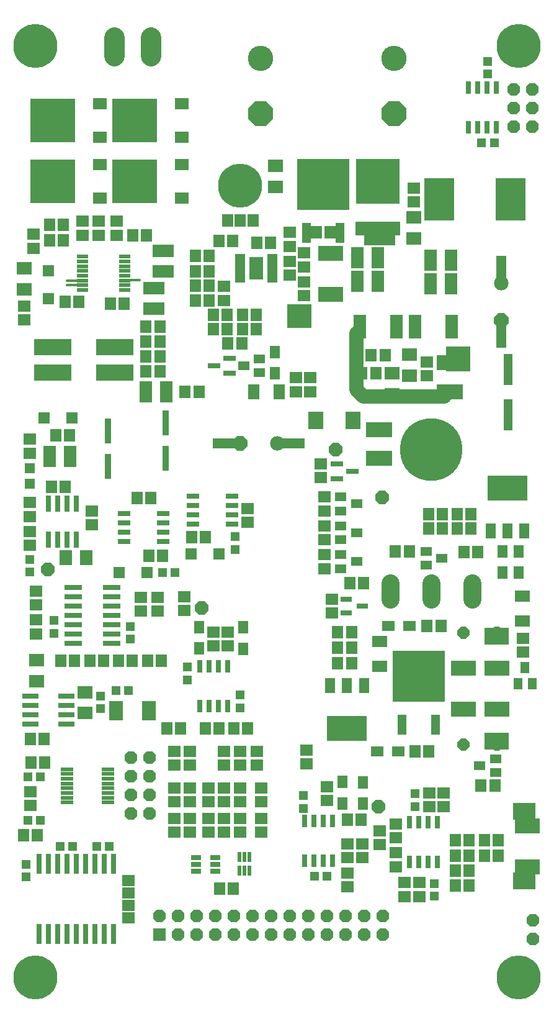
<source format=gts>
G75*
G70*
%OFA0B0*%
%FSLAX24Y24*%
%IPPOS*%
%LPD*%
%AMOC8*
5,1,8,0,0,1.08239X$1,22.5*
%
%ADD10R,0.1700X0.1275*%
%ADD11C,0.0120*%
%ADD12C,0.0140*%
%ADD13C,0.0760*%
%ADD14R,0.0789X0.0631*%
%ADD15R,0.0474X0.0513*%
%ADD16R,0.0592X0.0671*%
%ADD17R,0.0671X0.0592*%
%ADD18R,0.0789X0.0710*%
%ADD19R,0.0760X0.0270*%
%ADD20R,0.0513X0.0474*%
%ADD21R,0.0710X0.0218*%
%ADD22R,0.0300X0.1080*%
%ADD23OC8,0.0674*%
%ADD24C,0.0973*%
%ADD25C,0.3350*%
%ADD26R,0.0552X0.0671*%
%ADD27R,0.0671X0.0552*%
%ADD28R,0.0530X0.0830*%
%ADD29R,0.2125X0.1375*%
%ADD30OC8,0.0516*%
%ADD31R,0.0316X0.0690*%
%ADD32R,0.0631X0.0474*%
%ADD33R,0.0474X0.0631*%
%ADD34R,0.1340X0.0789*%
%ADD35R,0.0680X0.0300*%
%ADD36R,0.0600X0.0300*%
%ADD37R,0.0450X0.1060*%
%ADD38R,0.2850X0.2770*%
%ADD39R,0.1419X0.0828*%
%ADD40R,0.0860X0.0300*%
%ADD41R,0.0674X0.0674*%
%ADD42R,0.0710X0.1143*%
%ADD43R,0.0790X0.0710*%
%ADD44R,0.1646X0.2315*%
%ADD45R,0.0631X0.0789*%
%ADD46R,0.2365X0.2444*%
%ADD47R,0.0592X0.0749*%
%ADD48R,0.0680X0.1280*%
%ADD49R,0.0580X0.0260*%
%ADD50R,0.0770X0.1240*%
%ADD51R,0.2049X0.0867*%
%ADD52R,0.0380X0.1360*%
%ADD53R,0.0552X0.0552*%
%ADD54R,0.0631X0.0631*%
%ADD55R,0.1143X0.0710*%
%ADD56R,0.0640X0.0220*%
%ADD57C,0.1360*%
%ADD58OC8,0.1360*%
%ADD59R,0.0690X0.0316*%
%ADD60R,0.2444X0.2365*%
%ADD61R,0.0749X0.0592*%
%ADD62R,0.0789X0.0946*%
%ADD63R,0.0220X0.0540*%
%ADD64R,0.0580X0.0300*%
%ADD65R,0.0946X0.0316*%
%ADD66OC8,0.0730*%
%ADD67R,0.0710X0.0789*%
%ADD68R,0.0300X0.0860*%
%ADD69C,0.1100*%
%ADD70OC8,0.0640*%
%ADD71R,0.1720X0.0550*%
%ADD72C,0.0780*%
%ADD73OC8,0.0780*%
%ADD74R,0.0550X0.1720*%
%ADD75R,0.0510X0.1680*%
%ADD76R,0.0516X0.0516*%
%ADD77C,0.2365*%
D10*
X028491Y046953D03*
D11*
X015616Y044441D02*
X014816Y044441D01*
D12*
X012641Y044416D02*
X011691Y044416D01*
X011691Y044191D02*
X012616Y044191D01*
D13*
X027241Y041616D02*
X027241Y038591D01*
X027616Y038216D01*
X031966Y038216D01*
D14*
X036166Y027485D03*
X036166Y026147D03*
X028491Y025060D03*
X028491Y023722D03*
D15*
X009491Y012431D03*
X009491Y013101D03*
X013491Y021456D03*
X013491Y022126D03*
X015091Y025181D03*
X015091Y025851D03*
X016831Y028741D03*
X017500Y028741D03*
X018166Y023676D03*
X018166Y023006D03*
X021016Y022176D03*
X021016Y021506D03*
X024416Y016776D03*
X024416Y016106D03*
X030391Y016206D03*
X030391Y016876D03*
X031441Y012051D03*
X031441Y011381D03*
X011016Y025506D03*
X011016Y026176D03*
X034316Y055531D03*
X034316Y056201D03*
D16*
X025840Y047016D03*
X025092Y047016D03*
X022640Y046466D03*
X021892Y046466D03*
X021685Y047641D03*
X021016Y047641D03*
X020347Y047641D03*
X020615Y046566D03*
X019867Y046566D03*
X019340Y045766D03*
X019340Y044916D03*
X019340Y044141D03*
X019340Y043366D03*
X018592Y043366D03*
X018592Y044141D03*
X018592Y044916D03*
X018592Y045766D03*
X019567Y042591D03*
X019567Y041816D03*
X020315Y041816D03*
X020315Y042591D03*
X021117Y042591D03*
X021117Y041816D03*
X021090Y041041D03*
X020342Y041041D03*
X021865Y041816D03*
X021865Y042591D03*
X018790Y038441D03*
X018042Y038441D03*
X016690Y039566D03*
X016690Y040341D03*
X015942Y040341D03*
X015942Y039566D03*
X015942Y041141D03*
X015942Y041966D03*
X016690Y041966D03*
X016690Y041141D03*
X014765Y043191D03*
X014017Y043191D03*
X012340Y043291D03*
X011592Y043291D03*
X011515Y046591D03*
X011515Y047416D03*
X010767Y047416D03*
X010767Y046591D03*
X015217Y046841D03*
X015965Y046841D03*
X011840Y036116D03*
X011092Y036116D03*
X010867Y033366D03*
X011615Y033366D03*
X015467Y032741D03*
X016215Y032741D03*
X018392Y030641D03*
X019140Y030641D03*
X016840Y029641D03*
X016092Y029641D03*
X016017Y024016D03*
X016765Y024016D03*
X015215Y024016D03*
X014467Y024016D03*
X013665Y024016D03*
X012917Y024016D03*
X012115Y024016D03*
X011367Y024016D03*
X010465Y019816D03*
X009717Y019816D03*
X009767Y018566D03*
X010515Y018566D03*
X010115Y014666D03*
X009367Y014666D03*
X017067Y020391D03*
X017815Y020391D03*
X019117Y020391D03*
X019865Y020391D03*
X020662Y020391D03*
X021410Y020391D03*
X026242Y023891D03*
X026990Y023891D03*
X026990Y024716D03*
X026990Y025566D03*
X026242Y025566D03*
X026242Y024716D03*
X026892Y028191D03*
X027640Y028191D03*
X029342Y029891D03*
X030090Y029891D03*
X031117Y031116D03*
X031117Y031891D03*
X031865Y031891D03*
X031865Y031116D03*
X032667Y031116D03*
X032667Y031891D03*
X033415Y031891D03*
X033415Y031116D03*
X033765Y029866D03*
X033017Y029866D03*
X031790Y025891D03*
X031042Y025891D03*
X031140Y019166D03*
X030392Y019166D03*
X027515Y015491D03*
X026767Y015491D03*
X032567Y014391D03*
X032567Y013566D03*
X032567Y012766D03*
X033315Y012766D03*
X033315Y013566D03*
X033315Y014391D03*
X034117Y014391D03*
X034117Y013566D03*
X034865Y013566D03*
X034865Y014391D03*
X033315Y011966D03*
X032567Y011966D03*
X033942Y017316D03*
X034690Y017316D03*
X020640Y011791D03*
X019892Y011791D03*
X027542Y039466D03*
X028290Y039466D03*
X028042Y040416D03*
X028790Y040416D03*
D17*
X031041Y040065D03*
X031041Y039317D03*
X025541Y032815D03*
X025541Y032067D03*
X025541Y031265D03*
X025541Y030517D03*
X025541Y029715D03*
X025541Y028967D03*
X025941Y027340D03*
X025941Y026592D03*
X021416Y031442D03*
X021416Y032190D03*
X017991Y027465D03*
X017991Y026717D03*
X016566Y026692D03*
X016566Y027440D03*
X015666Y027440D03*
X015666Y026692D03*
X013041Y031317D03*
X013041Y032065D03*
X010041Y027765D03*
X010041Y027017D03*
X010041Y026215D03*
X010041Y025467D03*
X009691Y030217D03*
X009691Y030965D03*
X009691Y031767D03*
X009691Y032515D03*
X009716Y035167D03*
X009716Y035915D03*
X009416Y042317D03*
X009416Y043065D03*
X009891Y046167D03*
X009891Y046915D03*
X012541Y046867D03*
X012541Y047615D03*
X013391Y047615D03*
X013391Y046867D03*
X014366Y046867D03*
X014366Y047615D03*
X020141Y044115D03*
X020141Y043367D03*
X023666Y044717D03*
X023666Y045465D03*
X023666Y046267D03*
X023666Y047015D03*
X024441Y045915D03*
X024441Y045167D03*
X024441Y044365D03*
X024441Y043617D03*
X024766Y039215D03*
X024766Y038467D03*
X023991Y038467D03*
X023991Y039215D03*
X025341Y034590D03*
X025341Y033842D03*
X020341Y025565D03*
X020341Y024817D03*
X019566Y024817D03*
X019566Y025565D03*
X020141Y019165D03*
X020141Y018417D03*
X020991Y018417D03*
X020991Y019165D03*
X021916Y019165D03*
X021916Y018417D03*
X022141Y017190D03*
X022141Y016442D03*
X022141Y015565D03*
X022141Y014817D03*
X020991Y014817D03*
X020991Y015565D03*
X020141Y015565D03*
X020141Y014817D03*
X019296Y014817D03*
X019296Y015565D03*
X019296Y016442D03*
X019296Y017190D03*
X020141Y017190D03*
X020141Y016442D03*
X020992Y016442D03*
X020992Y017190D03*
X018316Y017190D03*
X018316Y016442D03*
X017466Y016442D03*
X017466Y017190D03*
X017466Y018417D03*
X017466Y019165D03*
X018316Y019165D03*
X018316Y018417D03*
X018316Y015565D03*
X018316Y014817D03*
X017466Y014817D03*
X017466Y015565D03*
X015016Y012235D03*
X015016Y011566D03*
X015016Y010897D03*
X015016Y010227D03*
X009741Y016242D03*
X009741Y016990D03*
X024566Y018492D03*
X024566Y019240D03*
X025672Y017269D03*
X025672Y016521D03*
X026766Y014190D03*
X026766Y013442D03*
X027566Y013442D03*
X027566Y014190D03*
X028492Y014146D03*
X028492Y014894D03*
X029366Y015265D03*
X029366Y014517D03*
X029366Y013715D03*
X029366Y012967D03*
X029822Y012121D03*
X029822Y011373D03*
X030628Y011367D03*
X030628Y012115D03*
X031165Y016192D03*
X031165Y016940D03*
X031934Y016940D03*
X031934Y016192D03*
X026766Y012640D03*
X026766Y011892D03*
X036191Y024492D03*
X036191Y025240D03*
X030341Y048642D03*
X030341Y049390D03*
D18*
X030091Y040442D03*
X030091Y039340D03*
X029166Y039442D03*
X029166Y038340D03*
X012666Y022317D03*
X012666Y021215D03*
X010066Y022940D03*
X010066Y024042D03*
D19*
X014336Y021721D03*
X014336Y021471D03*
X014336Y021211D03*
X014336Y020961D03*
X016096Y020961D03*
X016096Y021211D03*
X016096Y021471D03*
X016096Y021721D03*
D20*
X015000Y022416D03*
X014331Y022416D03*
X010275Y017791D03*
X009606Y017791D03*
X009606Y015441D03*
X010275Y015441D03*
X011331Y014066D03*
X012000Y014066D03*
X013306Y014066D03*
X013975Y014066D03*
X009716Y028781D03*
X009716Y029451D03*
X020741Y030006D03*
X020741Y030676D03*
X025006Y012466D03*
X025675Y012466D03*
X033981Y051816D03*
X034650Y051816D03*
D21*
X013893Y018202D03*
X013893Y017946D03*
X013893Y017690D03*
X013893Y017434D03*
X013893Y017178D03*
X013893Y016922D03*
X013893Y016666D03*
X013893Y016410D03*
X011688Y016410D03*
X011688Y016666D03*
X011688Y016922D03*
X011688Y017178D03*
X011688Y017434D03*
X011688Y017690D03*
X011688Y017946D03*
X011688Y018202D03*
D22*
X011716Y013121D03*
X011216Y013121D03*
X010716Y013121D03*
X010216Y013121D03*
X012216Y013121D03*
X012716Y013121D03*
X013216Y013121D03*
X013716Y013121D03*
X014216Y013121D03*
X014216Y009361D03*
X013716Y009361D03*
X013216Y009361D03*
X012716Y009361D03*
X012216Y009361D03*
X011716Y009361D03*
X011216Y009361D03*
X010716Y009361D03*
X010216Y009361D03*
D23*
X015141Y015816D03*
X015141Y016816D03*
X015141Y017816D03*
X015141Y018816D03*
X016141Y018816D03*
X016141Y017816D03*
X016141Y016816D03*
X016141Y015816D03*
X016660Y010323D03*
X017660Y010323D03*
X017660Y009323D03*
X018660Y009323D03*
X018660Y010323D03*
X019660Y010323D03*
X020660Y010323D03*
X020660Y009323D03*
X019660Y009323D03*
X021660Y009323D03*
X021660Y010323D03*
X022660Y010323D03*
X022660Y009323D03*
X023660Y009323D03*
X023660Y010323D03*
X024660Y010323D03*
X024660Y009323D03*
X025660Y009323D03*
X025660Y010323D03*
X026660Y010323D03*
X026660Y009323D03*
X027660Y009323D03*
X027660Y010323D03*
X028660Y010323D03*
X028660Y009323D03*
X036741Y009091D03*
X036741Y010091D03*
X036716Y052691D03*
X036716Y053691D03*
X036716Y054691D03*
X035716Y054691D03*
X035716Y053691D03*
X035716Y052691D03*
D24*
X033450Y028205D02*
X033450Y027320D01*
X031250Y027320D02*
X031250Y028205D01*
X029050Y028205D02*
X029050Y027320D01*
D25*
X031250Y035362D03*
D26*
X035116Y029887D03*
X035966Y029887D03*
X035966Y028745D03*
X035116Y028745D03*
X027591Y017487D03*
X027591Y016345D03*
X026491Y016370D03*
X026491Y017512D03*
X021166Y024670D03*
X021166Y025812D03*
X018791Y025837D03*
X018791Y024695D03*
X022866Y039445D03*
X022866Y040587D03*
D27*
X028970Y025891D03*
X030112Y025891D03*
X029512Y019166D03*
X028370Y019166D03*
D28*
X027651Y022676D03*
X026741Y022676D03*
X025831Y022676D03*
X034456Y031006D03*
X035366Y031006D03*
X036276Y031006D03*
D29*
X035366Y033276D03*
X026741Y020406D03*
D30*
X035041Y042291D03*
X035041Y042291D03*
X035041Y042291D03*
X035041Y042291D03*
D31*
X034764Y052653D03*
X034264Y052653D03*
X033764Y052653D03*
X033264Y052653D03*
X033264Y054779D03*
X033764Y054779D03*
X034264Y054779D03*
X034764Y054779D03*
X020339Y023729D03*
X019839Y023729D03*
X019339Y023729D03*
X018839Y023729D03*
X018839Y021603D03*
X019339Y021603D03*
X019839Y021603D03*
X020339Y021603D03*
X024464Y015429D03*
X024964Y015429D03*
X025464Y015429D03*
X025964Y015429D03*
X025964Y013303D03*
X025464Y013303D03*
X024964Y013303D03*
X024464Y013303D03*
X030089Y013228D03*
X030589Y013228D03*
X031089Y013228D03*
X031589Y013228D03*
X031589Y015354D03*
X031089Y015354D03*
X030589Y015354D03*
X030089Y015354D03*
D32*
X033858Y018391D03*
X034724Y018765D03*
X034724Y018017D03*
X030983Y029142D03*
X030983Y029890D03*
X031849Y029516D03*
X027274Y029341D03*
X026408Y029715D03*
X026408Y028967D03*
X026408Y030517D03*
X026408Y031265D03*
X026408Y032067D03*
X026408Y032815D03*
X027274Y032441D03*
X027274Y030891D03*
X022049Y039492D03*
X022049Y040240D03*
X021183Y039866D03*
D33*
X035942Y022783D03*
X036690Y022783D03*
X036316Y023649D03*
D34*
X034791Y023618D03*
X033016Y023618D03*
X033016Y021414D03*
X034791Y021414D03*
X036441Y015168D03*
X036441Y012964D03*
X025866Y043689D03*
X025866Y045893D03*
D35*
X020441Y040266D03*
X020441Y039466D03*
X019591Y039866D03*
X026191Y034591D03*
X026191Y033791D03*
X027041Y034191D03*
D36*
X026711Y027336D03*
X026711Y026596D03*
X027571Y026966D03*
D37*
X029708Y020597D03*
X031508Y020597D03*
X026366Y046996D03*
X024566Y046996D03*
D38*
X025466Y049576D03*
X030608Y023177D03*
D39*
X028466Y034898D03*
X028466Y036434D03*
X032266Y038473D03*
X032266Y040009D03*
D40*
X011661Y022116D03*
X011661Y021616D03*
X011661Y021116D03*
X011661Y020616D03*
X009721Y020616D03*
X009721Y021116D03*
X009721Y021616D03*
X009721Y022116D03*
D41*
X016660Y009323D03*
D42*
X011867Y034991D03*
X010765Y034991D03*
X015940Y038466D03*
X017042Y038466D03*
X027290Y044391D03*
X027290Y045666D03*
X028392Y045666D03*
X028392Y044391D03*
X031240Y044241D03*
X031240Y045516D03*
X032342Y045516D03*
X032342Y044241D03*
D43*
X030341Y046706D03*
X030341Y047826D03*
X022916Y049456D03*
X022916Y050576D03*
X009416Y045076D03*
X009416Y043956D03*
D44*
X031706Y048791D03*
X035525Y048791D03*
D45*
X023085Y038441D03*
X021747Y038441D03*
D46*
X028416Y049765D03*
D47*
X029315Y047230D03*
X027516Y047230D03*
D48*
X027426Y041966D03*
X029406Y041966D03*
X030401Y041966D03*
X032381Y041966D03*
D49*
X022746Y044449D03*
X022746Y044705D03*
X022746Y044961D03*
X022746Y045221D03*
X022746Y045477D03*
X022746Y045733D03*
X020986Y045733D03*
X020986Y045477D03*
X020986Y045221D03*
X020986Y044961D03*
X020986Y044705D03*
X020986Y044449D03*
D50*
X021866Y045091D03*
D51*
X014264Y040855D03*
X014264Y039477D03*
X010918Y039477D03*
X010918Y040855D03*
D52*
X013891Y036366D03*
X013891Y034466D03*
X016991Y034891D03*
X016991Y036791D03*
D53*
X009716Y034354D03*
X009716Y033528D03*
D54*
X010468Y037066D03*
X011964Y037066D03*
X010716Y043468D03*
X010716Y044964D03*
X018368Y029766D03*
X019864Y029766D03*
X015989Y028766D03*
X014493Y028766D03*
D55*
X016366Y042915D03*
X016366Y044017D03*
X016866Y044915D03*
X016866Y046017D03*
D56*
X014786Y045716D03*
X014786Y045456D03*
X014786Y045196D03*
X014786Y044946D03*
X014786Y044686D03*
X014786Y044436D03*
X014786Y044176D03*
X014786Y043916D03*
X012546Y043916D03*
X012546Y044176D03*
X012546Y044436D03*
X012546Y044686D03*
X012546Y044946D03*
X012546Y045196D03*
X012546Y045456D03*
X012546Y045716D03*
D57*
X022116Y056342D03*
X029266Y056342D03*
D58*
X029266Y053390D03*
X022116Y053390D03*
D59*
X020579Y032868D03*
X020579Y032368D03*
X020579Y031868D03*
X020579Y031368D03*
X018453Y031368D03*
X018453Y031868D03*
X018453Y032368D03*
X018453Y032868D03*
X016879Y031918D03*
X016879Y031418D03*
X016879Y030918D03*
X016879Y030418D03*
X014753Y030418D03*
X014753Y030918D03*
X014753Y031418D03*
X014753Y031918D03*
D60*
X015342Y049766D03*
X015342Y053016D03*
X010917Y053016D03*
X010917Y049766D03*
D61*
X013452Y050666D03*
X013452Y052116D03*
X013452Y053916D03*
X013452Y048866D03*
X017877Y048866D03*
X017877Y050666D03*
X017877Y052116D03*
X017877Y053916D03*
D62*
X025062Y036916D03*
X027070Y036916D03*
D63*
X021501Y013486D03*
X021241Y013486D03*
X020981Y013486D03*
X020981Y012746D03*
X021241Y012746D03*
X021501Y012746D03*
D64*
X019651Y012721D03*
X019651Y013091D03*
X019651Y013461D03*
X018631Y013461D03*
X018631Y013091D03*
X018631Y012721D03*
D65*
X014086Y024966D03*
X014086Y025466D03*
X014086Y025966D03*
X014086Y026466D03*
X014086Y026966D03*
X014086Y027466D03*
X014086Y027966D03*
X012046Y027966D03*
X012046Y027466D03*
X012046Y026966D03*
X012046Y026466D03*
X012046Y025966D03*
X012046Y025466D03*
X012046Y024966D03*
D66*
X010666Y028916D03*
X018941Y026841D03*
X026141Y035341D03*
X028641Y032791D03*
X028441Y016191D03*
D67*
X012742Y029541D03*
X011640Y029541D03*
D68*
X011716Y030521D03*
X011216Y030521D03*
X010716Y030521D03*
X010716Y032461D03*
X011216Y032461D03*
X011716Y032461D03*
X012216Y032461D03*
X012216Y030521D03*
D69*
X014241Y056491D02*
X014241Y057491D01*
X016209Y057491D02*
X016209Y056491D01*
D70*
X033016Y025516D03*
X034791Y025516D03*
X034791Y019516D03*
X033016Y019516D03*
D71*
X023591Y035691D03*
X020391Y035691D03*
D72*
X022991Y035691D03*
X035041Y044291D03*
D73*
X035041Y042291D03*
X020991Y035691D03*
D74*
X035041Y041691D03*
X035041Y044891D03*
D75*
X035391Y039671D03*
X035391Y037211D03*
D76*
X033141Y039791D03*
X033141Y040216D03*
X033141Y040641D03*
X032716Y040641D03*
X032716Y040216D03*
X032716Y039791D03*
X032291Y039791D03*
X032291Y040216D03*
X032291Y040641D03*
X024616Y042116D03*
X024616Y042516D03*
X024616Y042916D03*
X024191Y042916D03*
X024191Y042516D03*
X024191Y042116D03*
X023766Y042116D03*
X023766Y042516D03*
X023766Y042916D03*
X034366Y025541D03*
X034366Y025116D03*
X034791Y025116D03*
X035216Y025116D03*
X035216Y025541D03*
X035216Y019916D03*
X035216Y019491D03*
X034791Y019916D03*
X034366Y019916D03*
X034366Y019491D03*
X035891Y016141D03*
X036266Y016141D03*
X036641Y016141D03*
X036641Y015716D03*
X036266Y015716D03*
X035891Y015716D03*
X035891Y012416D03*
X036266Y012416D03*
X036641Y012416D03*
X036641Y011991D03*
X036266Y011991D03*
X035891Y011991D03*
D77*
X035975Y007016D03*
X009991Y007016D03*
X021014Y049535D03*
X009991Y057016D03*
X035975Y057016D03*
M02*

</source>
